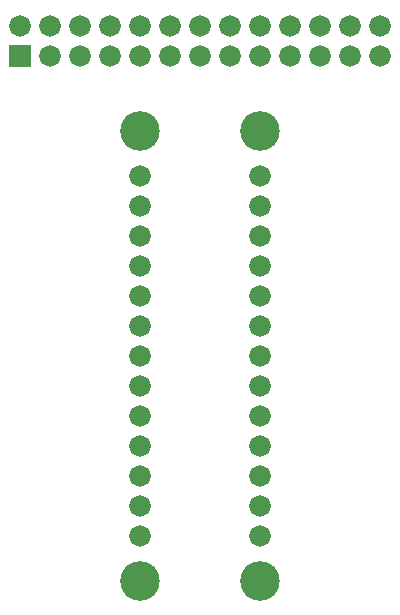
<source format=gbr>
G04 EAGLE Gerber RS-274X export*
G75*
%MOMM*%
%FSLAX34Y34*%
%LPD*%
%INSoldermask Top*%
%IPPOS*%
%AMOC8*
5,1,8,0,0,1.08239X$1,22.5*%
G01*
%ADD10R,1.828800X1.828800*%
%ADD11C,1.828800*%
%ADD12C,3.352400*%


D10*
X-152400Y254000D03*
D11*
X-152400Y279400D03*
X-127000Y254000D03*
X-127000Y279400D03*
X-101600Y254000D03*
X-101600Y279400D03*
X-76200Y254000D03*
X-76200Y279400D03*
X-50800Y254000D03*
X-50800Y279400D03*
X-25400Y254000D03*
X-25400Y279400D03*
X0Y254000D03*
X0Y279400D03*
X25400Y254000D03*
X25400Y279400D03*
X50800Y254000D03*
X50800Y279400D03*
X76200Y254000D03*
X76200Y279400D03*
X101600Y254000D03*
X101600Y279400D03*
X127000Y254000D03*
X127000Y279400D03*
X152400Y254000D03*
X152400Y279400D03*
X50800Y152400D03*
X50800Y127000D03*
X50800Y101600D03*
X50800Y76200D03*
X50800Y50800D03*
X50800Y25400D03*
X50800Y0D03*
X50800Y-25400D03*
X50800Y-50800D03*
X50800Y-76200D03*
X50800Y-101600D03*
X50800Y-127000D03*
X50800Y-152400D03*
X-50800Y152400D03*
X-50800Y127000D03*
X-50800Y101600D03*
X-50800Y76200D03*
X-50800Y50800D03*
X-50800Y25400D03*
X-50800Y0D03*
X-50800Y-25400D03*
X-50800Y-50800D03*
X-50800Y-76200D03*
X-50800Y-101600D03*
X-50800Y-127000D03*
X-50800Y-152400D03*
D12*
X-50800Y190500D03*
X50800Y190500D03*
X50800Y-190500D03*
X-50800Y-190500D03*
M02*

</source>
